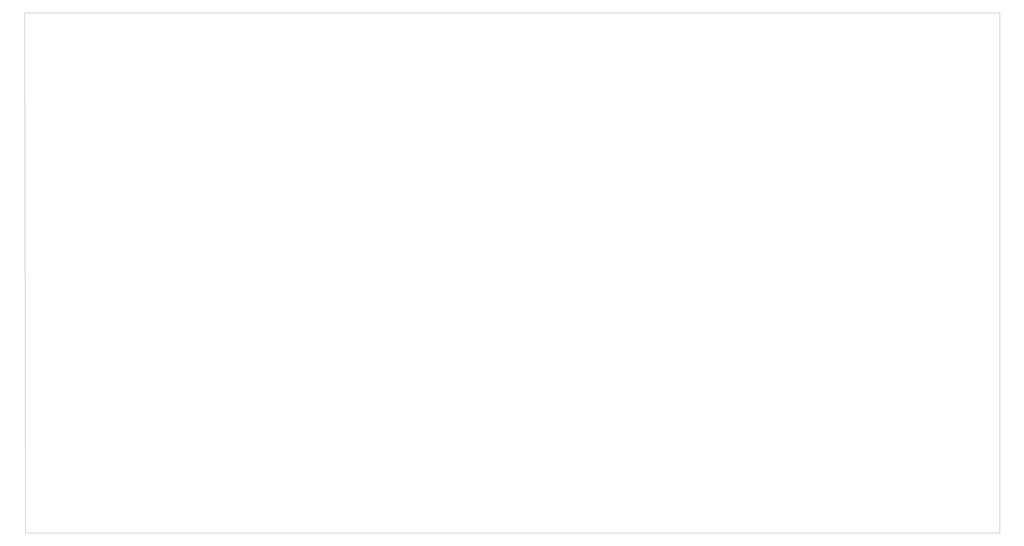
<source format=gm1>
G04 #@! TF.GenerationSoftware,KiCad,Pcbnew,5.1.5-52549c5~84~ubuntu18.04.1*
G04 #@! TF.CreationDate,2020-02-20T19:04:47-05:00*
G04 #@! TF.ProjectId,cropdroid-reservoir,63726f70-6472-46f6-9964-2d7265736572,0.5a*
G04 #@! TF.SameCoordinates,Original*
G04 #@! TF.FileFunction,Profile,NP*
%FSLAX46Y46*%
G04 Gerber Fmt 4.6, Leading zero omitted, Abs format (unit mm)*
G04 Created by KiCad (PCBNEW 5.1.5-52549c5~84~ubuntu18.04.1) date 2020-02-20 19:04:47*
%MOMM*%
%LPD*%
G04 APERTURE LIST*
%ADD10C,0.050000*%
G04 APERTURE END LIST*
D10*
X51371500Y-45021500D02*
X51638200Y-213791800D01*
X367601500Y-213791800D02*
X51638200Y-213791800D01*
X367601500Y-45021500D02*
X367601500Y-213791800D01*
X51371500Y-45021500D02*
X367601500Y-45021500D01*
M02*

</source>
